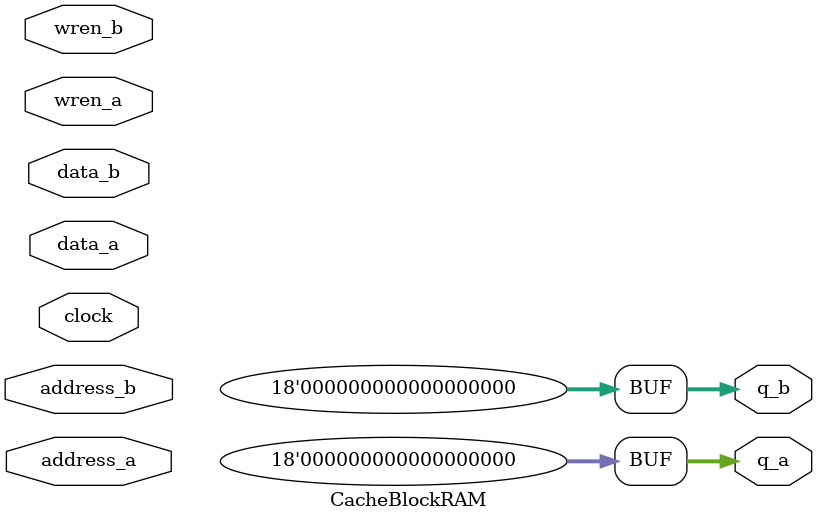
<source format=v>
module CacheBlockRAM(	// file.cleaned.mlir:2:3
  input  [8:0]  address_a,	// file.cleaned.mlir:2:31
                address_b,	// file.cleaned.mlir:2:51
  input         clock,	// file.cleaned.mlir:2:71
  input  [17:0] data_a,	// file.cleaned.mlir:2:87
                data_b,	// file.cleaned.mlir:2:105
  input         wren_a,	// file.cleaned.mlir:2:123
                wren_b,	// file.cleaned.mlir:2:140
  output [17:0] q_a,	// file.cleaned.mlir:2:158
                q_b	// file.cleaned.mlir:2:173
);

  assign q_a = 18'h0;	// file.cleaned.mlir:3:15, :4:5
  assign q_b = 18'h0;	// file.cleaned.mlir:3:15, :4:5
endmodule


</source>
